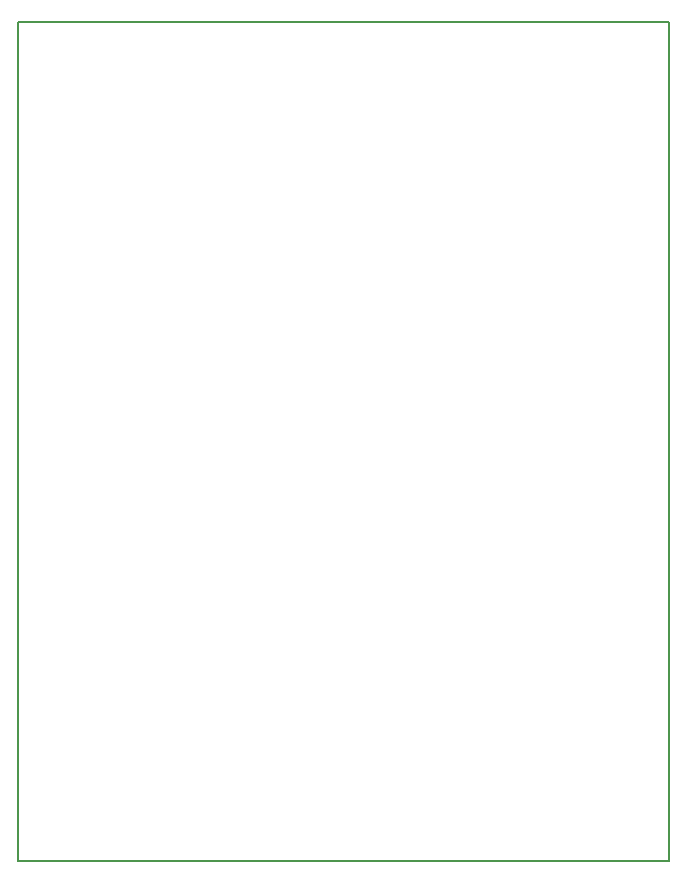
<source format=gbr>
G04 PROTEUS RS274X GERBER FILE*
%FSLAX45Y45*%
%MOMM*%
G01*
%ADD16C,0.203200*%
D16*
X-2900000Y-8200000D02*
X+2613000Y-8200000D01*
X+2613000Y-1097600D01*
X-2900000Y-1097600D01*
X-2900000Y-8200000D01*
M02*

</source>
